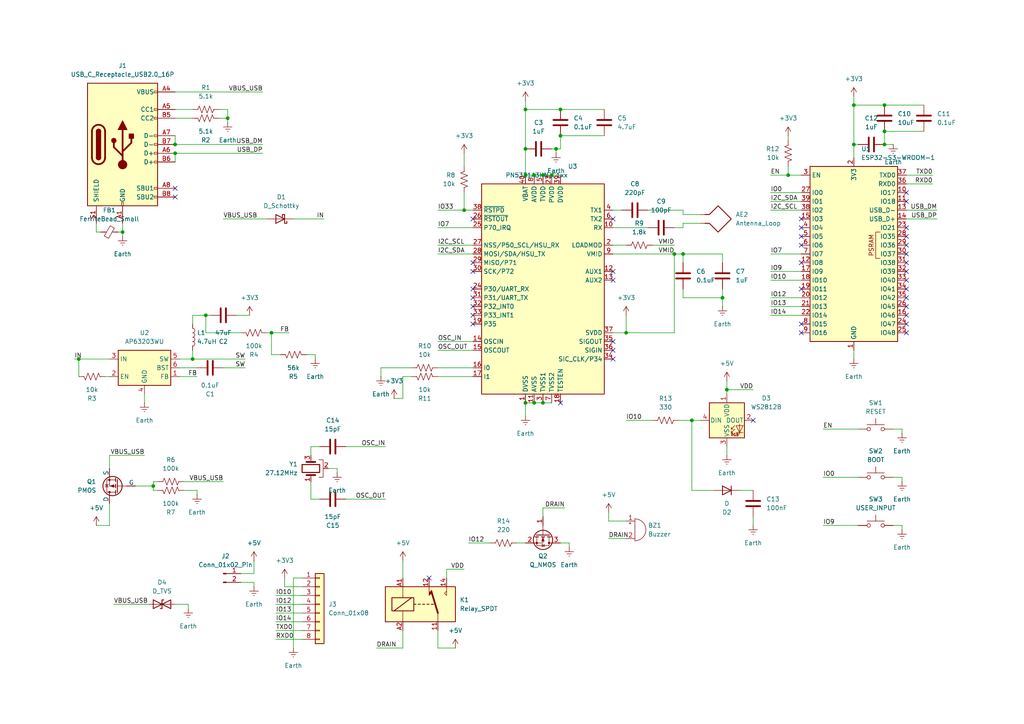
<source format=kicad_sch>
(kicad_sch (version 20250114) (generator "eeschema") (generator_version "9.0")
  (paper "A4")
  (lib_symbols
    (symbol "Connector:Conn_01x02_Pin" (pin_names (offset 1.016) (hide yes))
      (property "Reference" "J" (at 0 2.54 0))
      (property "Value" "Conn_01x02_Pin" (at 0 -5.08 0))
      (symbol "Conn_01x02_Pin_1_1"
        (pin passive line (at 5.08 0 180) (length 3.81) (name "Pin_1") (number "1"))
        (pin passive line (at 5.08 -2.54 180) (length 3.81) (name "Pin_2") (number "2"))
      )
    )
    (symbol "Connector:USB_C_Receptacle_USB2.0_16P" (pin_names (offset 1.016))
      (property "Reference" "J" (at 0 22.225 0))
      (property "Value" "USB_C_Receptacle_USB2.0_16P" (at 0 19.685 0))
      (symbol "USB_C_Receptacle_USB2.0_16P_1_1"
        (pin passive line (at -7.62 -22.86 90) (length 5.08) (name "SHIELD") (number "S1"))
        (pin passive line (at 0 -22.86 90) (length 5.08) (name "GND") (number "A1"))
        (pin passive line (at 0 -22.86 90) (length 5.08) (hide yes) (name "GND") (number "A12"))
        (pin passive line (at 0 -22.86 90) (length 5.08) (hide yes) (name "GND") (number "B1"))
        (pin passive line (at 0 -22.86 90) (length 5.08) (hide yes) (name "GND") (number "B12"))
        (pin passive line (at 15.24 15.24 180) (length 5.08) (name "VBUS") (number "A4"))
        (pin passive line (at 15.24 15.24 180) (length 5.08) (hide yes) (name "VBUS") (number "A9"))
        (pin passive line (at 15.24 15.24 180) (length 5.08) (hide yes) (name "VBUS") (number "B4"))
        (pin passive line (at 15.24 15.24 180) (length 5.08) (hide yes) (name "VBUS") (number "B9"))
        (pin bidirectional line (at 15.24 10.16 180) (length 5.08) (name "CC1") (number "A5"))
        (pin bidirectional line (at 15.24 7.62 180) (length 5.08) (name "CC2") (number "B5"))
        (pin bidirectional line (at 15.24 2.54 180) (length 5.08) (name "D-") (number "A7"))
        (pin bidirectional line (at 15.24 0 180) (length 5.08) (name "D-") (number "B7"))
        (pin bidirectional line (at 15.24 -2.54 180) (length 5.08) (name "D+") (number "A6"))
        (pin bidirectional line (at 15.24 -5.08 180) (length 5.08) (name "D+") (number "B6"))
        (pin bidirectional line (at 15.24 -12.7 180) (length 5.08) (name "SBU1") (number "A8"))
        (pin bidirectional line (at 15.24 -15.24 180) (length 5.08) (name "SBU2") (number "B8"))
      )
    )
    (symbol "Connector_Generic:Conn_01x08" (pin_names (offset 1.016) (hide yes))
      (property "Reference" "J" (at 0 10.16 0))
      (property "Value" "Conn_01x08" (at 0 -12.7 0))
      (symbol "Conn_01x08_1_1"
        (pin passive line (at -5.08 7.62 0) (length 3.81) (name "Pin_1") (number "1"))
        (pin passive line (at -5.08 5.08 0) (length 3.81) (name "Pin_2") (number "2"))
        (pin passive line (at -5.08 2.54 0) (length 3.81) (name "Pin_3") (number "3"))
        (pin passive line (at -5.08 0 0) (length 3.81) (name "Pin_4") (number "4"))
        (pin passive line (at -5.08 -2.54 0) (length 3.81) (name "Pin_5") (number "5"))
        (pin passive line (at -5.08 -5.08 0) (length 3.81) (name "Pin_6") (number "6"))
        (pin passive line (at -5.08 -7.62 0) (length 3.81) (name "Pin_7") (number "7"))
        (pin passive line (at -5.08 -10.16 0) (length 3.81) (name "Pin_8") (number "8"))
      )
    )
    (symbol "Device:Antenna_Loop" (pin_numbers (hide yes)) (pin_names (offset 1.016) (hide yes))
      (property "Reference" "AE" (at 1.27 6.35 0))
      (property "Value" "Antenna_Loop" (at 1.27 5.08 0))
      (symbol "Antenna_Loop_1_1"
        (pin input line (at 0 -5.08 90) (length 2.54) (name "~") (number "1"))
        (pin input line (at 2.54 -5.08 90) (length 2.54) (name "~") (number "2"))
      )
    )
    (symbol "Device:Buzzer" (pin_names (offset 0.0254) (hide yes))
      (property "Reference" "BZ" (at 3.81 1.27 0))
      (property "Value" "Buzzer" (at 3.81 -1.27 0))
      (symbol "Buzzer_1_1"
        (pin passive line (at -2.54 2.54 0) (length 2.54) (name "+") (number "1"))
        (pin passive line (at -2.54 -2.54 0) (length 2.54) (name "-") (number "2"))
      )
    )
    (symbol "Device:C" (pin_numbers (hide yes)) (pin_names (offset 0.254))
      (property "Reference" "C" (at 0.635 2.54 0))
      (property "Value" "C" (at 0.635 -2.54 0))
      (symbol "C_1_1"
        (pin passive line (at 0 3.81 270) (length 2.794) (name "~") (number "1"))
        (pin passive line (at 0 -3.81 90) (length 2.794) (name "~") (number "2"))
      )
    )
    (symbol "Device:Crystal_GND2" (pin_names (offset 1.016) (hide yes))
      (property "Reference" "Y" (at 0 5.715 0))
      (property "Value" "Crystal_GND2" (at 0 3.81 0))
      (symbol "Crystal_GND2_1_1"
        (pin passive line (at -3.81 0 0) (length 1.27) (name "1") (number "1"))
        (pin passive line (at 0 -5.08 90) (length 1.27) (name "2") (number "2"))
        (pin passive line (at 3.81 0 180) (length 1.27) (name "3") (number "3"))
      )
    )
    (symbol "Device:D" (pin_numbers (hide yes)) (pin_names (offset 1.016) (hide yes))
      (property "Reference" "D" (at 0 2.54 0))
      (property "Value" "D" (at 0 -2.54 0))
      (symbol "D_1_1"
        (pin passive line (at -3.81 0 0) (length 2.54) (name "K") (number "1"))
        (pin passive line (at 3.81 0 180) (length 2.54) (name "A") (number "2"))
      )
    )
    (symbol "Device:D_Schottky" (pin_numbers (hide yes)) (pin_names (offset 1.016) (hide yes))
      (property "Reference" "D" (at 0 2.54 0))
      (property "Value" "D_Schottky" (at 0 -2.54 0))
      (symbol "D_Schottky_1_1"
        (pin passive line (at -3.81 0 0) (length 2.54) (name "K") (number "1"))
        (pin passive line (at 3.81 0 180) (length 2.54) (name "A") (number "2"))
      )
    )
    (symbol "Device:D_TVS" (pin_numbers (hide yes)) (pin_names (offset 1.016) (hide yes))
      (property "Reference" "D" (at 0 2.54 0))
      (property "Value" "D_TVS" (at 0 -2.54 0))
      (symbol "D_TVS_1_1"
        (pin passive line (at -3.81 0 0) (length 2.54) (name "A1") (number "1"))
        (pin passive line (at 3.81 0 180) (length 2.54) (name "A2") (number "2"))
      )
    )
    (symbol "Device:FerriteBead_Small" (pin_numbers (hide yes)) (pin_names (offset 0))
      (property "Reference" "FB" (at 1.905 1.27 0))
      (property "Value" "FerriteBead_Small" (at 1.905 -1.27 0))
      (symbol "FerriteBead_Small_1_1"
        (pin passive line (at 0 2.54 270) (length 1.27) (name "~") (number "1"))
        (pin passive line (at 0 -2.54 90) (length 1.27) (name "~") (number "2"))
      )
    )
    (symbol "Device:L" (pin_numbers (hide yes)) (pin_names (offset 1.016) (hide yes))
      (property "Reference" "L" (at -1.27 0 90))
      (property "Value" "L" (at 1.905 0 90))
      (symbol "L_1_1"
        (pin passive line (at 0 3.81 270) (length 1.27) (name "1") (number "1"))
        (pin passive line (at 0 -3.81 90) (length 1.27) (name "2") (number "2"))
      )
    )
    (symbol "Device:Q_NMOS" (pin_names (offset 0) (hide yes))
      (property "Reference" "Q2" (at 6.35 0 90))
      (property "Value" "Q_NMOS" (at 8.89 0 90))
      (symbol "Q_NMOS_1_1"
        (pin input line (at -5.08 0 0) (length 2.54) (name "G") (number "1"))
        (pin passive line (at 2.54 5.08 270) (length 2.54) (name "D") (number "3"))
        (pin passive line (at 2.54 -5.08 90) (length 2.54) (name "S") (number "2"))
      )
    )
    (symbol "Device:R_US" (pin_numbers (hide yes)) (pin_names (offset 0))
      (property "Reference" "R" (at 2.54 0 90))
      (property "Value" "R_US" (at -2.54 0 90))
      (symbol "R_US_1_1"
        (pin passive line (at 0 3.81 270) (length 1.27) (name "~") (number "1"))
        (pin passive line (at 0 -3.81 90) (length 1.27) (name "~") (number "2"))
      )
    )
    (symbol "LED:WS2812B" (pin_names (offset 0.254))
      (property "Reference" "D" (at 5.08 5.715 0))
      (property "Value" "WS2812B" (at 1.27 -5.715 0))
      (symbol "WS2812B_0_0"
        (text "RGB" (at 2.286 -4.191 0) (effects (font (size 0.762 0.762))))
      )
      (symbol "WS2812B_1_1"
        (pin input line (at -7.62 0 0) (length 2.54) (name "DIN") (number "4"))
        (pin power_in line (at 0 7.62 270) (length 2.54) (name "VDD") (number "1"))
        (pin power_in line (at 0 -7.62 90) (length 2.54) (name "VSS") (number "3"))
        (pin output line (at 7.62 0 180) (length 2.54) (name "DOUT") (number "2"))
      )
    )
    (symbol "RF_Module:ESP32-S3-WROOM-1"
      (property "Reference" "U" (at -12.7 26.67 0))
      (property "Value" "ESP32-S3-WROOM-1" (at 12.7 26.67 0))
      (symbol "ESP32-S3-WROOM-1_0_0"
        (text "PSRAM" (at 5.08 2.54 900) (effects (font (size 1.27 1.27))))
      )
      (symbol "ESP32-S3-WROOM-1_1_1"
        (pin input line (at -15.24 22.86 0) (length 2.54) (name "EN") (number "3"))
        (pin bidirectional line (at -15.24 17.78 0) (length 2.54) (name "IO0") (number "27"))
        (pin bidirectional line (at -15.24 15.24 0) (length 2.54) (name "IO1") (number "39"))
        (pin bidirectional line (at -15.24 12.7 0) (length 2.54) (name "IO2") (number "38"))
        (pin bidirectional line (at -15.24 10.16 0) (length 2.54) (name "IO3") (number "15"))
        (pin bidirectional line (at -15.24 7.62 0) (length 2.54) (name "IO4") (number "4"))
        (pin bidirectional line (at -15.24 5.08 0) (length 2.54) (name "IO5") (number "5"))
        (pin bidirectional line (at -15.24 2.54 0) (length 2.54) (name "IO6") (number "6"))
        (pin bidirectional line (at -15.24 0 0) (length 2.54) (name "IO7") (number "7"))
        (pin bidirectional line (at -15.24 -2.54 0) (length 2.54) (name "IO8") (number "12"))
        (pin bidirectional line (at -15.24 -5.08 0) (length 2.54) (name "IO9") (number "17"))
        (pin bidirectional line (at -15.24 -7.62 0) (length 2.54) (name "IO10") (number "18"))
        (pin bidirectional line (at -15.24 -10.16 0) (length 2.54) (name "IO11") (number "19"))
        (pin bidirectional line (at -15.24 -12.7 0) (length 2.54) (name "IO12") (number "20"))
        (pin bidirectional line (at -15.24 -15.24 0) (length 2.54) (name "IO13") (number "21"))
        (pin bidirectional line (at -15.24 -17.78 0) (length 2.54) (name "IO14") (number "22"))
        (pin bidirectional line (at -15.24 -20.32 0) (length 2.54) (name "IO15") (number "8"))
        (pin bidirectional line (at -15.24 -22.86 0) (length 2.54) (name "IO16") (number "9"))
        (pin power_in line (at 0 27.94 270) (length 2.54) (name "3V3") (number "2"))
        (pin power_in line (at 0 -27.94 90) (length 2.54) (name "GND") (number "1"))
        (pin passive line (at 0 -27.94 90) (length 2.54) (hide yes) (name "GND") (number "40"))
        (pin passive line (at 0 -27.94 90) (length 2.54) (hide yes) (name "GND") (number "41"))
        (pin bidirectional line (at 15.24 22.86 180) (length 2.54) (name "TXD0") (number "37"))
        (pin bidirectional line (at 15.24 20.32 180) (length 2.54) (name "RXD0") (number "36"))
        (pin bidirectional line (at 15.24 17.78 180) (length 2.54) (name "IO17") (number "10"))
        (pin bidirectional line (at 15.24 15.24 180) (length 2.54) (name "IO18") (number "11"))
        (pin bidirectional line (at 15.24 12.7 180) (length 2.54) (name "USB_D-") (number "13"))
        (pin bidirectional line (at 15.24 10.16 180) (length 2.54) (name "USB_D+") (number "14"))
        (pin bidirectional line (at 15.24 7.62 180) (length 2.54) (name "IO21") (number "23"))
        (pin bidirectional line (at 15.24 5.08 180) (length 2.54) (name "IO35") (number "28"))
        (pin bidirectional line (at 15.24 2.54 180) (length 2.54) (name "IO36") (number "29"))
        (pin bidirectional line (at 15.24 0 180) (length 2.54) (name "IO37") (number "30"))
        (pin bidirectional line (at 15.24 -2.54 180) (length 2.54) (name "IO38") (number "31"))
        (pin bidirectional line (at 15.24 -5.08 180) (length 2.54) (name "IO39") (number "32"))
        (pin bidirectional line (at 15.24 -7.62 180) (length 2.54) (name "IO40") (number "33"))
        (pin bidirectional line (at 15.24 -10.16 180) (length 2.54) (name "IO41") (number "34"))
        (pin bidirectional line (at 15.24 -12.7 180) (length 2.54) (name "IO42") (number "35"))
        (pin bidirectional line (at 15.24 -15.24 180) (length 2.54) (name "IO45") (number "26"))
        (pin bidirectional line (at 15.24 -17.78 180) (length 2.54) (name "IO46") (number "16"))
        (pin bidirectional line (at 15.24 -20.32 180) (length 2.54) (name "IO47") (number "24"))
        (pin bidirectional line (at 15.24 -22.86 180) (length 2.54) (name "IO48") (number "25"))
      )
    )
    (symbol "RF_NFC:PN5321A3HN_C1xx"
      (property "Reference" "U" (at -15.24 31.75 0))
      (property "Value" "PN5321A3HN_C1xx" (at 15.24 31.75 0))
      (symbol "PN5321A3HN_C1xx_1_1"
        (pin input line (at -20.32 22.86 0) (length 2.54) (name "~{RSTPD}") (number "38"))
        (pin output line (at -20.32 20.32 0) (length 2.54) (name "~{RSTOUT}") (number "26"))
        (pin bidirectional line (at -20.32 17.78 0) (length 2.54) (name "P70_IRQ") (number "25"))
        (pin bidirectional line (at -20.32 12.7 0) (length 2.54) (name "NSS/P50_SCL/HSU_RX") (number "27"))
        (pin bidirectional line (at -20.32 10.16 0) (length 2.54) (name "MOSI/SDA/HSU_TX") (number "28"))
        (pin bidirectional line (at -20.32 7.62 0) (length 2.54) (name "MISO/P71") (number "29"))
        (pin bidirectional line (at -20.32 5.08 0) (length 2.54) (name "SCK/P72") (number "30"))
        (pin bidirectional line (at -20.32 0 0) (length 2.54) (name "P30/UART_RX") (number "24"))
        (pin bidirectional line (at -20.32 -2.54 0) (length 2.54) (name "P31/UART_TX") (number "31"))
        (pin bidirectional line (at -20.32 -5.08 0) (length 2.54) (name "P32_INT0") (number "32"))
        (pin bidirectional line (at -20.32 -7.62 0) (length 2.54) (name "P33_INT1") (number "33"))
        (pin bidirectional line (at -20.32 -10.16 0) (length 2.54) (name "P35") (number "19"))
        (pin input line (at -20.32 -15.24 0) (length 2.54) (name "OSCIN") (number "14"))
        (pin output line (at -20.32 -17.78 0) (length 2.54) (name "OSCOUT") (number "15"))
        (pin passive line (at -20.32 -22.86 0) (length 2.54) (name "I0") (number "16"))
        (pin passive line (at -20.32 -25.4 0) (length 2.54) (name "I1") (number "17"))
        (pin power_in line (at -5.08 33.02 270) (length 2.54) (name "VBAT") (number "40"))
        (pin power_in line (at -5.08 -33.02 90) (length 2.54) (name "DVSS") (number "1"))
        (pin power_in line (at -2.54 33.02 270) (length 2.54) (name "AVDD") (number "8"))
        (pin power_in line (at -2.54 -33.02 90) (length 2.54) (name "AVSS") (number "11"))
        (pin passive line (at -2.54 -33.02 90) (length 2.54) (hide yes) (name "AVSS") (number "41"))
        (pin power_in line (at 0 33.02 270) (length 2.54) (name "TVDD") (number "5"))
        (pin power_in line (at 0 -33.02 90) (length 2.54) (name "TVSS1") (number "3"))
        (pin power_in line (at 2.54 33.02 270) (length 2.54) (name "PVDD") (number "23"))
        (pin power_in line (at 2.54 -33.02 90) (length 2.54) (name "TVSS2") (number "7"))
        (pin power_out line (at 5.08 33.02 270) (length 2.54) (name "DVDD") (number "39"))
        (pin passive line (at 5.08 -33.02 90) (length 2.54) (name "TESTEN") (number "18"))
        (pin no_connect line (at 17.78 -2.54 180) (length 2.54) (hide yes) (name "N.C.") (number "20"))
        (pin no_connect line (at 17.78 -5.08 180) (length 2.54) (hide yes) (name "N.C.") (number "21"))
        (pin no_connect line (at 17.78 -7.62 180) (length 2.54) (hide yes) (name "N.C.") (number "22"))
        (pin output line (at 20.32 22.86 180) (length 2.54) (name "TX1") (number "4"))
        (pin output line (at 20.32 20.32 180) (length 2.54) (name "TX2") (number "6"))
        (pin input line (at 20.32 17.78 180) (length 2.54) (name "RX") (number "10"))
        (pin output line (at 20.32 12.7 180) (length 2.54) (name "LOADMOD") (number "2"))
        (pin output line (at 20.32 10.16 180) (length 2.54) (name "VMID") (number "9"))
        (pin output line (at 20.32 5.08 180) (length 2.54) (name "AUX1") (number "12"))
        (pin output line (at 20.32 2.54 180) (length 2.54) (name "AUX2") (number "13"))
        (pin output line (at 20.32 -12.7 180) (length 2.54) (name "SVDD") (number "37"))
        (pin output line (at 20.32 -15.24 180) (length 2.54) (name "SIGOUT") (number "35"))
        (pin input line (at 20.32 -17.78 180) (length 2.54) (name "SIGIN") (number "36"))
        (pin bidirectional line (at 20.32 -20.32 180) (length 2.54) (name "SIC_CLK/P34") (number "34"))
      )
    )
    (symbol "Regulator_Switching:AP63203WU"
      (property "Reference" "U" (at -7.62 6.35 0))
      (property "Value" "AP63203WU" (at 2.54 6.35 0))
      (symbol "AP63203WU_1_1"
        (pin power_in line (at -10.16 2.54 0) (length 2.54) (name "IN") (number "3"))
        (pin input line (at -10.16 -2.54 0) (length 2.54) (name "EN") (number "2"))
        (pin power_in line (at 0 -7.62 90) (length 2.54) (name "GND") (number "4"))
        (pin output line (at 10.16 2.54 180) (length 2.54) (name "SW") (number "5"))
        (pin passive line (at 10.16 0 180) (length 2.54) (name "BST") (number "6"))
        (pin input line (at 10.16 -2.54 180) (length 2.54) (name "FB") (number "1"))
      )
    )
    (symbol "Relay:Relay_SPDT"
      (property "Reference" "K" (at 11.43 3.81 0))
      (property "Value" "Relay_SPDT" (at 11.43 1.27 0))
      (symbol "Relay_SPDT_1_1"
        (pin passive line (at -5.08 7.62 270) (length 2.54) (name "~") (number "A1"))
        (pin passive line (at -5.08 -7.62 90) (length 2.54) (name "~") (number "A2"))
        (pin passive line (at 2.54 7.62 270) (length 2.54) (name "~") (number "12"))
        (pin passive line (at 5.08 -7.62 90) (length 2.54) (name "~") (number "11"))
        (pin passive line (at 7.62 7.62 270) (length 2.54) (name "~") (number "14"))
      )
    )
    (symbol "Simulation_SPICE:PMOS" (pin_numbers (hide yes)) (pin_names (offset 0))
      (property "Reference" "Q" (at 5.08 1.27 0))
      (property "Value" "PMOS" (at 5.08 -1.27 0))
      (symbol "PMOS_1_1"
        (pin input line (at -5.08 0 0) (length 2.54) (name "G") (number "2"))
        (pin passive line (at 2.54 5.08 270) (length 2.54) (name "D") (number "1"))
        (pin passive line (at 2.54 -5.08 90) (length 2.54) (name "S") (number "3"))
      )
    )
    (symbol "Switch:SW_Push" (pin_numbers (hide yes)) (pin_names (offset 1.016) (hide yes))
      (property "Reference" "SW" (at 1.27 2.54 0))
      (property "Value" "SW_Push" (at 0 -1.524 0))
      (symbol "SW_Push_0_1"
        (pin passive line (at -5.08 0 0) (length 2.54) (name "1") (number "1"))
        (pin passive line (at 5.08 0 180) (length 2.54) (name "2") (number "2"))
      )
    )
    (symbol "power:+3V3" (power) (pin_numbers (hide yes)) (pin_names (offset 0) (hide yes))
      (property "Value" "+3V3" (at 0 3.556 0))
      (symbol "+3V3_1_1"
        (pin power_in line (at 0 0 90) (length 0) (name "~") (number "1"))
      )
    )
    (symbol "power:+5V" (power) (pin_numbers (hide yes)) (pin_names (offset 0) (hide yes))
      (property "Value" "+5V" (at 0 3.556 0))
      (symbol "+5V_1_1"
        (pin power_in line (at 0 0 90) (length 0) (name "~") (number "1"))
      )
    )
    (symbol "power:Earth" (power) (pin_numbers (hide yes)) (pin_names (offset 0) (hide yes))
      (property "Value" "Earth" (at 0 -3.81 0))
      (symbol "Earth_1_1"
        (pin power_in line (at 0 0 270) (length 0) (name "~") (number "1"))
      )
    )
  )
  (junction (at 152.4 31.75))
  (junction (at 134.62 60.96))
  (junction (at 152.4 116.84))
  (junction (at 209.55 86.36))
  (junction (at 162.56 39.37))
  (junction (at 160.02 50.8))
  (junction (at 157.48 116.84))
  (junction (at 50.8 41.91))
  (junction (at 256.54 30.48))
  (junction (at 55.88 104.14))
  (junction (at 195.58 73.66))
  (junction (at 228.6 50.8))
  (junction (at 154.94 116.84))
  (junction (at 22.86 104.14))
  (junction (at 198.12 73.66))
  (junction (at 181.61 96.52))
  (junction (at 247.65 41.91))
  (junction (at 161.29 43.18))
  (junction (at 152.4 43.18))
  (junction (at 35.56 67.31))
  (junction (at 247.65 30.48))
  (junction (at 210.82 113.03))
  (junction (at 256.54 38.1))
  (junction (at 50.8 44.45))
  (junction (at 152.4 50.8))
  (junction (at 256.54 41.91))
  (junction (at 154.94 50.8))
  (junction (at 44.45 140.97))
  (junction (at 162.56 31.75))
  (junction (at 200.66 121.92))
  (junction (at 66.04 34.29))
  (junction (at 78.74 96.52))
  (junction (at 157.48 50.8))
  (junction (at 59.69 91.44))
  (no_connect (at 262.89 76.2))
  (no_connect (at 262.89 78.74))
  (no_connect (at 177.8 81.28))
  (no_connect (at 262.89 71.12))
  (no_connect (at 137.16 86.36))
  (no_connect (at 232.41 96.52))
  (no_connect (at 262.89 58.42))
  (no_connect (at 177.8 63.5))
  (no_connect (at 232.41 93.98))
  (no_connect (at 137.16 88.9))
  (no_connect (at 262.89 66.04))
  (no_connect (at 262.89 86.36))
  (no_connect (at 232.41 66.04))
  (no_connect (at 177.8 78.74))
  (no_connect (at 137.16 83.82))
  (no_connect (at 50.8 57.15))
  (no_connect (at 262.89 55.88))
  (no_connect (at 232.41 68.58))
  (no_connect (at 137.16 91.44))
  (no_connect (at 262.89 91.44))
  (no_connect (at 50.8 54.61))
  (no_connect (at 137.16 93.98))
  (no_connect (at 232.41 63.5))
  (no_connect (at 232.41 83.82))
  (no_connect (at 177.8 104.14))
  (no_connect (at 262.89 96.52))
  (no_connect (at 177.8 99.06))
  (no_connect (at 262.89 83.82))
  (no_connect (at 137.16 78.74))
  (no_connect (at 262.89 73.66))
  (no_connect (at 232.41 76.2))
  (no_connect (at 232.41 71.12))
  (no_connect (at 124.46 167.64))
  (no_connect (at 137.16 76.2))
  (no_connect (at 137.16 63.5))
  (no_connect (at 177.8 101.6))
  (no_connect (at 162.56 116.84))
  (no_connect (at 218.44 121.92))
  (no_connect (at 262.89 93.98))
  (no_connect (at 262.89 88.9))
  (no_connect (at 262.89 81.28))
  (no_connect (at 262.89 68.58))
  (wire (pts (xy 161.29 43.18) (xy 160.02 43.18)))
  (wire (pts (xy 127 182.88) (xy 127 187.96)))
  (wire (pts (xy 177.8 60.96) (xy 180.34 60.96)))
  (wire (pts (xy 31.75 152.4) (xy 31.75 146.05)))
  (wire (pts (xy 228.6 50.8) (xy 228.6 48.26)))
  (wire (pts (xy 97.79 135.89) (xy 97.79 137.16)))
  (wire (pts (xy 154.94 50.8) (xy 157.48 50.8)))
  (wire (pts (xy 80.01 172.72) (xy 87.63 172.72)))
  (wire (pts (xy 200.66 142.24) (xy 200.66 121.92)))
  (wire (pts (xy 238.76 152.4) (xy 248.92 152.4)))
  (wire (pts (xy 55.88 91.44) (xy 59.69 91.44)))
  (wire (pts (xy 152.4 116.84) (xy 154.94 116.84)))
  (wire (pts (xy 247.65 27.94) (xy 247.65 30.48)))
  (wire (pts (xy 127 66.04) (xy 137.16 66.04)))
  (wire (pts (xy 256.54 30.48) (xy 267.97 30.48)))
  (wire (pts (xy 195.58 73.66) (xy 198.12 73.66)))
  (wire (pts (xy 162.56 157.48) (xy 165.1 157.48)))
  (wire (pts (xy 247.65 41.91) (xy 247.65 45.72)))
  (wire (pts (xy 210.82 110.49) (xy 210.82 113.03)))
  (wire (pts (xy 247.65 30.48) (xy 247.65 41.91)))
  (wire (pts (xy 78.74 102.87) (xy 78.74 96.52)))
  (wire (pts (xy 134.62 60.96) (xy 137.16 60.96)))
  (wire (pts (xy 73.66 168.91) (xy 73.66 170.18)))
  (wire (pts (xy 33.02 175.26) (xy 43.18 175.26)))
  (wire (pts (xy 223.52 88.9) (xy 232.41 88.9)))
  (wire (pts (xy 50.8 31.75) (xy 55.88 31.75)))
  (wire (pts (xy 73.66 166.37) (xy 73.66 162.56)))
  (wire (pts (xy 165.1 157.48) (xy 165.1 158.75)))
  (wire (pts (xy 57.15 142.24) (xy 57.15 143.51)))
  (wire (pts (xy 63.5 31.75) (xy 66.04 31.75)))
  (wire (pts (xy 55.88 101.6) (xy 55.88 104.14)))
  (wire (pts (xy 63.5 34.29) (xy 66.04 34.29)))
  (wire (pts (xy 181.61 151.13) (xy 176.53 151.13)))
  (wire (pts (xy 261.62 152.4) (xy 261.62 153.67)))
  (wire (pts (xy 129.54 165.1) (xy 134.62 165.1)))
  (wire (pts (xy 90.17 132.08) (xy 90.17 129.54)))
  (wire (pts (xy 59.69 96.52) (xy 59.69 91.44)))
  (wire (pts (xy 196.85 121.92) (xy 200.66 121.92)))
  (wire (pts (xy 45.72 142.24) (xy 44.45 142.24)))
  (wire (pts (xy 77.47 96.52) (xy 78.74 96.52)))
  (wire (pts (xy 127 60.96) (xy 134.62 60.96)))
  (wire (pts (xy 30.48 109.22) (xy 31.75 109.22)))
  (wire (pts (xy 210.82 113.03) (xy 218.44 113.03)))
  (wire (pts (xy 176.53 156.21) (xy 181.61 156.21)))
  (wire (pts (xy 181.61 96.52) (xy 181.61 91.44)))
  (wire (pts (xy 181.61 121.92) (xy 189.23 121.92)))
  (wire (pts (xy 22.86 104.14) (xy 31.75 104.14)))
  (wire (pts (xy 90.17 129.54) (xy 92.71 129.54)))
  (wire (pts (xy 34.29 67.31) (xy 35.56 67.31)))
  (wire (pts (xy 66.04 34.29) (xy 66.04 35.56)))
  (wire (pts (xy 87.63 167.64) (xy 85.09 167.64)))
  (wire (pts (xy 256.54 41.91) (xy 259.08 41.91)))
  (wire (pts (xy 95.25 135.89) (xy 97.79 135.89)))
  (wire (pts (xy 162.56 43.18) (xy 161.29 43.18)))
  (wire (pts (xy 198.12 60.96) (xy 198.12 62.23)))
  (wire (pts (xy 135.89 157.48) (xy 142.24 157.48)))
  (wire (pts (xy 90.17 144.78) (xy 90.17 139.7)))
  (wire (pts (xy 80.01 177.8) (xy 87.63 177.8)))
  (wire (pts (xy 45.72 139.7) (xy 44.45 139.7)))
  (wire (pts (xy 177.8 71.12) (xy 181.61 71.12)))
  (wire (pts (xy 209.55 83.82) (xy 209.55 86.36)))
  (wire (pts (xy 209.55 73.66) (xy 209.55 76.2)))
  (wire (pts (xy 154.94 116.84) (xy 157.48 116.84)))
  (wire (pts (xy 203.2 64.77) (xy 198.12 64.77)))
  (wire (pts (xy 177.8 73.66) (xy 195.58 73.66)))
  (wire (pts (xy 81.28 102.87) (xy 78.74 102.87)))
  (wire (pts (xy 127 106.68) (xy 137.16 106.68)))
  (wire (pts (xy 157.48 116.84) (xy 160.02 116.84)))
  (wire (pts (xy 152.4 29.21) (xy 152.4 31.75)))
  (wire (pts (xy 223.52 81.28) (xy 232.41 81.28)))
  (wire (pts (xy 27.94 152.4) (xy 31.75 152.4)))
  (wire (pts (xy 50.8 34.29) (xy 55.88 34.29)))
  (wire (pts (xy 177.8 96.52) (xy 181.61 96.52)))
  (wire (pts (xy 149.86 157.48) (xy 152.4 157.48)))
  (wire (pts (xy 198.12 62.23) (xy 203.2 62.23)))
  (wire (pts (xy 228.6 39.37) (xy 228.6 40.64)))
  (wire (pts (xy 238.76 138.43) (xy 248.92 138.43)))
  (wire (pts (xy 69.85 168.91) (xy 73.66 168.91)))
  (wire (pts (xy 210.82 113.03) (xy 210.82 114.3)))
  (wire (pts (xy 187.96 60.96) (xy 198.12 60.96)))
  (wire (pts (xy 127 73.66) (xy 137.16 73.66)))
  (wire (pts (xy 116.84 109.22) (xy 116.84 115.57)))
  (wire (pts (xy 127 187.96) (xy 132.08 187.96)))
  (wire (pts (xy 80.01 182.88) (xy 87.63 182.88)))
  (wire (pts (xy 116.84 115.57) (xy 114.3 115.57)))
  (wire (pts (xy 44.45 142.24) (xy 44.45 140.97)))
  (wire (pts (xy 238.76 124.46) (xy 248.92 124.46)))
  (wire (pts (xy 256.54 38.1) (xy 256.54 41.91)))
  (wire (pts (xy 110.49 106.68) (xy 110.49 109.22)))
  (wire (pts (xy 44.45 140.97) (xy 39.37 140.97)))
  (wire (pts (xy 152.4 116.84) (xy 152.4 120.65)))
  (wire (pts (xy 35.56 64.77) (xy 35.56 67.31)))
  (wire (pts (xy 50.8 41.91) (xy 76.2 41.91)))
  (wire (pts (xy 152.4 31.75) (xy 162.56 31.75)))
  (wire (pts (xy 41.91 114.3) (xy 41.91 116.84)))
  (wire (pts (xy 214.63 142.24) (xy 218.44 142.24)))
  (wire (pts (xy 198.12 66.04) (xy 195.58 66.04)))
  (wire (pts (xy 259.08 138.43) (xy 261.62 138.43)))
  (wire (pts (xy 223.52 60.96) (xy 232.41 60.96)))
  (wire (pts (xy 21.59 104.14) (xy 22.86 104.14)))
  (wire (pts (xy 160.02 50.8) (xy 162.56 50.8)))
  (wire (pts (xy 100.33 144.78) (xy 111.76 144.78)))
  (wire (pts (xy 116.84 162.56) (xy 116.84 167.64)))
  (wire (pts (xy 210.82 129.54) (xy 210.82 132.08)))
  (wire (pts (xy 53.34 142.24) (xy 57.15 142.24)))
  (wire (pts (xy 85.09 63.5) (xy 93.98 63.5)))
  (wire (pts (xy 44.45 139.7) (xy 44.45 140.97)))
  (wire (pts (xy 223.52 55.88) (xy 232.41 55.88)))
  (wire (pts (xy 116.84 187.96) (xy 109.22 187.96)))
  (wire (pts (xy 50.8 175.26) (xy 54.61 175.26)))
  (wire (pts (xy 127 71.12) (xy 137.16 71.12)))
  (wire (pts (xy 53.34 139.7) (xy 64.77 139.7)))
  (wire (pts (xy 92.71 144.78) (xy 90.17 144.78)))
  (wire (pts (xy 181.61 96.52) (xy 195.58 96.52)))
  (wire (pts (xy 259.08 124.46) (xy 261.62 124.46)))
  (wire (pts (xy 134.62 44.45) (xy 134.62 48.26)))
  (wire (pts (xy 129.54 167.64) (xy 129.54 165.1)))
  (wire (pts (xy 69.85 96.52) (xy 59.69 96.52)))
  (wire (pts (xy 50.8 44.45) (xy 50.8 46.99)))
  (wire (pts (xy 262.89 50.8) (xy 270.51 50.8)))
  (wire (pts (xy 80.01 175.26) (xy 87.63 175.26)))
  (wire (pts (xy 50.8 44.45) (xy 76.2 44.45)))
  (wire (pts (xy 78.74 96.52) (xy 83.82 96.52)))
  (wire (pts (xy 161.29 44.45) (xy 161.29 43.18)))
  (wire (pts (xy 64.77 63.5) (xy 77.47 63.5)))
  (wire (pts (xy 50.8 26.67) (xy 76.2 26.67)))
  (wire (pts (xy 59.69 91.44) (xy 60.96 91.44)))
  (wire (pts (xy 80.01 185.42) (xy 87.63 185.42)))
  (wire (pts (xy 256.54 38.1) (xy 267.97 38.1)))
  (wire (pts (xy 162.56 39.37) (xy 175.26 39.37)))
  (wire (pts (xy 261.62 124.46) (xy 261.62 125.73)))
  (wire (pts (xy 152.4 50.8) (xy 154.94 50.8)))
  (wire (pts (xy 52.07 104.14) (xy 55.88 104.14)))
  (wire (pts (xy 232.41 50.8) (xy 228.6 50.8)))
  (wire (pts (xy 198.12 76.2) (xy 198.12 73.66)))
  (wire (pts (xy 64.77 106.68) (xy 71.12 106.68)))
  (wire (pts (xy 69.85 166.37) (xy 73.66 166.37)))
  (wire (pts (xy 80.01 180.34) (xy 87.63 180.34)))
  (wire (pts (xy 157.48 147.32) (xy 163.83 147.32)))
  (wire (pts (xy 176.53 151.13) (xy 176.53 148.59)))
  (wire (pts (xy 218.44 149.86) (xy 218.44 152.4)))
  (wire (pts (xy 100.33 129.54) (xy 111.76 129.54)))
  (wire (pts (xy 31.75 132.08) (xy 31.75 135.89)))
  (wire (pts (xy 262.89 60.96) (xy 271.78 60.96)))
  (wire (pts (xy 189.23 71.12) (xy 195.58 71.12)))
  (wire (pts (xy 157.48 50.8) (xy 160.02 50.8)))
  (wire (pts (xy 198.12 86.36) (xy 198.12 83.82)))
  (wire (pts (xy 127 101.6) (xy 137.16 101.6)))
  (wire (pts (xy 195.58 96.52) (xy 195.58 73.66)))
  (wire (pts (xy 91.44 102.87) (xy 91.44 104.14)))
  (wire (pts (xy 157.48 149.86) (xy 157.48 147.32)))
  (wire (pts (xy 262.89 53.34) (xy 270.51 53.34)))
  (wire (pts (xy 88.9 102.87) (xy 91.44 102.87)))
  (wire (pts (xy 119.38 106.68) (xy 110.49 106.68)))
  (wire (pts (xy 152.4 43.18) (xy 152.4 50.8)))
  (wire (pts (xy 29.21 67.31) (xy 27.94 67.31)))
  (wire (pts (xy 119.38 109.22) (xy 116.84 109.22)))
  (wire (pts (xy 247.65 41.91) (xy 248.92 41.91)))
  (wire (pts (xy 134.62 55.88) (xy 134.62 60.96)))
  (wire (pts (xy 82.55 170.18) (xy 82.55 167.64)))
  (wire (pts (xy 162.56 31.75) (xy 175.26 31.75)))
  (wire (pts (xy 54.61 175.26) (xy 54.61 176.53)))
  (wire (pts (xy 209.55 86.36) (xy 198.12 86.36)))
  (wire (pts (xy 223.52 58.42) (xy 232.41 58.42)))
  (wire (pts (xy 198.12 73.66) (xy 209.55 73.66)))
  (wire (pts (xy 85.09 167.64) (xy 85.09 187.96)))
  (wire (pts (xy 55.88 93.98) (xy 55.88 91.44)))
  (wire (pts (xy 127 109.22) (xy 137.16 109.22)))
  (wire (pts (xy 200.66 121.92) (xy 203.2 121.92)))
  (wire (pts (xy 207.01 142.24) (xy 200.66 142.24)))
  (wire (pts (xy 116.84 182.88) (xy 116.84 187.96)))
  (wire (pts (xy 223.52 50.8) (xy 228.6 50.8)))
  (wire (pts (xy 22.86 109.22) (xy 22.86 104.14)))
  (wire (pts (xy 52.07 106.68) (xy 57.15 106.68)))
  (wire (pts (xy 223.52 86.36) (xy 232.41 86.36)))
  (wire (pts (xy 223.52 91.44) (xy 232.41 91.44)))
  (wire (pts (xy 55.88 104.14) (xy 71.12 104.14)))
  (wire (pts (xy 35.56 67.31) (xy 35.56 68.58)))
  (wire (pts (xy 152.4 31.75) (xy 152.4 43.18)))
  (wire (pts (xy 27.94 67.31) (xy 27.94 64.77)))
  (wire (pts (xy 127 99.06) (xy 137.16 99.06)))
  (wire (pts (xy 52.07 109.22) (xy 57.15 109.22)))
  (wire (pts (xy 31.75 132.08) (xy 41.91 132.08)))
  (wire (pts (xy 198.12 64.77) (xy 198.12 66.04)))
  (wire (pts (xy 209.55 86.36) (xy 209.55 88.9)))
  (wire (pts (xy 177.8 66.04) (xy 187.96 66.04)))
  (wire (pts (xy 261.62 138.43) (xy 261.62 139.7)))
  (wire (pts (xy 247.65 101.6) (xy 247.65 104.14)))
  (wire (pts (xy 259.08 152.4) (xy 261.62 152.4)))
  (wire (pts (xy 162.56 39.37) (xy 162.56 43.18)))
  (wire (pts (xy 68.58 91.44) (xy 72.39 91.44)))
  (wire (pts (xy 87.63 170.18) (xy 82.55 170.18)))
  (wire (pts (xy 247.65 30.48) (xy 256.54 30.48)))
  (wire (pts (xy 66.04 31.75) (xy 66.04 34.29)))
  (wire (pts (xy 50.8 39.37) (xy 50.8 41.91)))
  (wire (pts (xy 262.89 63.5) (xy 271.78 63.5)))
  (wire (pts (xy 223.52 73.66) (xy 232.41 73.66)))
  (wire (pts (xy 223.52 78.74) (xy 232.41 78.74)))
  (label "USB_DM" (at 271.78 60.96 180))
  (label "TXD0" (at 80.01 182.88 0))
  (label "USB_DM" (at 76.2 41.91 180))
  (label "FB" (at 57.15 109.22 180))
  (label "OSC_IN" (at 111.76 129.54 180))
  (label "IO13" (at 223.52 88.9 0))
  (label "OSC_OUT" (at 111.76 144.78 180))
  (label "RXD0" (at 270.51 53.34 180))
  (label "I2C_SDA" (at 223.52 58.42 0))
  (label "VMID" (at 195.58 73.66 180))
  (label "IO10" (at 80.01 172.72 0))
  (label "VDD" (at 134.62 165.1 180))
  (label "VDD" (at 218.44 113.03 180))
  (label "IO33" (at 127 60.96 0))
  (label "I2C_SCL" (at 223.52 60.96 0))
  (label "I2C_SDA" (at 127 73.66 0))
  (label "SW" (at 71.12 104.14 180))
  (label "DRAIN" (at 163.83 147.32 180))
  (label "IO12" (at 80.01 175.26 0))
  (label "USB_DP" (at 271.78 63.5 180))
  (label "VBUS_USB" (at 64.77 63.5 0))
  (label "IO14" (at 223.52 91.44 0))
  (label "DRAIN" (at 176.53 156.21 0))
  (label "VMID" (at 195.58 71.12 180))
  (label "OSC_OUT" (at 127 101.6 0))
  (label "IO7" (at 127 66.04 0))
  (label "I2C_SCL" (at 127 71.12 0))
  (label "IO14" (at 80.01 180.34 0))
  (label "EN" (at 223.52 50.8 0))
  (label "IO7" (at 223.52 73.66 0))
  (label "TXD0" (at 270.51 50.8 180))
  (label "IO10" (at 181.61 121.92 0))
  (label "USB_DP" (at 76.2 44.45 180))
  (label "IO0" (at 238.76 138.43 0))
  (label "RXD0" (at 80.01 185.42 0))
  (label "IO12" (at 223.52 86.36 0))
  (label "VBUS_USB" (at 76.2 26.67 180))
  (label "IO12" (at 135.89 157.48 0))
  (label "IN" (at 21.59 104.14 0))
  (label "IO9" (at 238.76 152.4 0))
  (label "VBUS_USB" (at 64.77 139.7 180))
  (label "OSC_IN" (at 127 99.06 0))
  (label "IO13" (at 80.01 177.8 0))
  (label "DRAIN" (at 109.22 187.96 0))
  (label "IO10" (at 223.52 81.28 0))
  (label "SW" (at 71.12 106.68 180))
  (label "VBUS_USB" (at 33.02 175.26 0))
  (label "IO9" (at 223.52 78.74 0))
  (label "IN" (at 93.98 63.5 180))
  (label "EN" (at 238.76 124.46 0))
  (label "IO0" (at 223.52 55.88 0))
  (label "VBUS_USB" (at 41.91 132.08 180))
  (label "FB" (at 83.82 96.52 180))
  (symbol (lib_id "Device:R_US") (at 123.19 106.68 90) (unit 1)
    (property "Reference" "R10" (at 123.19 100.33 90))
    (property "Value" "10k" (at 123.19 102.87 90))
    (property "Footprint" "Resistor_SMD:R_0402_1005Metric" (effects (hide yes)))
    (property "Description" "Resistor, US symbol" (effects (hide yes)))
  )
  (symbol (lib_id "Device:C") (at 218.44 146.05 0) (unit 1)
    (property "Reference" "C13" (at 222.25 144.7799 0) (effects (justify left)))
    (property "Value" "100nF" (at 222.25 147.3199 0) (effects (justify left)))
    (property "Footprint" "Capacitor_SMD:C_0402_1005Metric" (effects (hide yes)))
    (property "Description" "Unpolarized capacitor" (effects (hide yes)))
  )
  (symbol (lib_id "power:Earth") (at 57.15 143.51 0) (unit 1)
    (property "Reference" "#PWR01" (effects (hide yes)))
    (property "Value" "Earth" (at 57.15 148.59 0))
    (property "Description" "Power symbol creates a global label with name \"Earth\"" (effects (hide yes)))
  )
  (symbol (lib_id "Switch:SW_Push") (at 254 152.4 0) (unit 1)
    (property "Reference" "SW3" (at 254 144.78 0))
    (property "Value" "USER_INPUT" (at 254 147.32 0))
    (property "Footprint" "Button_Switch_SMD:SW_Tactile_SPST_NO_Straight_CK_PTS636Sx25SMTRLFS" (effects (hide yes)))
    (property "Description" "Push button switch, generic, two pins" (effects (hide yes)))
  )
  (symbol (lib_id "Device:C") (at 156.21 43.18 90) (unit 1)
    (property "Reference" "C3" (at 156.21 35.56 90))
    (property "Value" "1uF" (at 156.21 38.1 90))
    (property "Footprint" "Capacitor_SMD:C_0402_1005Metric" (effects (hide yes)))
    (property "Description" "Unpolarized capacitor" (effects (hide yes)))
  )
  (symbol (lib_id "power:Earth") (at 54.61 176.53 0) (unit 1)
    (property "Reference" "#PWR05" (effects (hide yes)))
    (property "Value" "Earth" (at 54.61 181.61 0))
    (property "Description" "Power symbol creates a global label with name \"Earth\"" (effects (hide yes)))
  )
  (symbol (lib_id "Device:Crystal_GND2") (at 90.17 135.89 90) (unit 1)
    (property "Reference" "Y1" (at 86.36 134.6199 90) (effects (justify left)))
    (property "Value" "27.12MHz" (at 86.36 137.1599 90) (effects (justify left)))
    (property "Footprint" "Crystal:Crystal_HC49-U-3Pin_Vertical" (effects (hide yes)))
    (property "Description" "Three pin crystal, GND on pin 2" (effects (hide yes)))
  )
  (symbol (lib_id "Device:C") (at 209.55 80.01 0) (unit 1)
    (property "Reference" "C7" (at 213.36 78.7399 0) (effects (justify left)))
    (property "Value" "1uF" (at 213.36 81.2799 0) (effects (justify left)))
    (property "Footprint" "Capacitor_SMD:C_0402_1005Metric" (effects (hide yes)))
    (property "Description" "Unpolarized capacitor" (effects (hide yes)))
  )
  (symbol (lib_id "Regulator_Switching:AP63203WU") (at 41.91 106.68 0) (unit 1)
    (property "Reference" "U2" (at 41.91 96.52 0))
    (property "Value" "AP63203WU" (at 41.91 99.06 0))
    (property "Footprint" "Package_TO_SOT_SMD:TSOT-23-6" (effects (hide yes)))
    (property "Datasheet" "https://www.diodes.com/assets/Datasheets/AP63200-AP63201-AP63203-AP63205.pdf" (effects (hide yes)))
    (property "Description" "2A, 1.1MHz Buck DC/DC Converter, fixed 3.3V output voltage, TSOT-23-6" (effects (hide yes)))
  )
  (symbol (lib_id "Device:Antenna_Loop") (at 208.28 62.23 270) (unit 1)
    (property "Reference" "AE2" (at 213.36 62.2299 90) (effects (justify left)))
    (property "Value" "Antenna_Loop" (at 213.36 64.7699 90) (effects (justify left)))
    (property "Footprint" "RF_Antenna:Coilcraft_MA5532-AE_RFID" (effects (hide yes)))
    (property "Description" "Loop antenna" (effects (hide yes)))
  )
  (symbol (lib_id "power:+3V3") (at 82.55 167.64 0) (unit 1)
    (property "Reference" "#PWR033" (effects (hide yes)))
    (property "Value" "+3V3" (at 82.55 162.56 0))
    (property "Description" "Power symbol creates a global label with name \"+3V3\"" (effects (hide yes)))
  )
  (symbol (lib_id "power:Earth") (at 210.82 132.08 0) (unit 1)
    (property "Reference" "#PWR025" (effects (hide yes)))
    (property "Value" "Earth" (at 210.82 137.16 0))
    (property "Description" "Power symbol creates a global label with name \"Earth\"" (effects (hide yes)))
  )
  (symbol (lib_id "Device:D") (at 210.82 142.24 0) (mirror y) (unit 1)
    (property "Reference" "D2" (at 210.82 148.59 0))
    (property "Value" "D" (at 210.82 146.05 0))
    (property "Footprint" "Diode_SMD:D_0402_1005Metric" (effects (hide yes)))
    (property "Description" "Diode" (effects (hide yes)))
    (property "Sim.Device" "D" (effects (hide yes)))
    (property "Sim.Pins" "1=K 2=A" (effects (hide yes)))
  )
  (symbol (lib_id "Device:L") (at 55.88 97.79 0) (unit 1)
    (property "Reference" "L1" (at 57.15 96.5199 0) (effects (justify left)))
    (property "Value" "4.7uH" (at 57.15 99.0599 0) (effects (justify left)))
    (property "Footprint" "Inductor_SMD:L_0402_1005Metric" (effects (hide yes)))
    (property "Description" "Inductor" (effects (hide yes)))
  )
  (symbol (lib_id "power:Earth") (at 35.56 68.58 0) (unit 1)
    (property "Reference" "#PWR02" (effects (hide yes)))
    (property "Value" "Earth" (at 35.56 73.66 0))
    (property "Description" "Power symbol creates a global label with name \"Earth\"" (effects (hide yes)))
  )
  (symbol (lib_id "Device:R_US") (at 146.05 157.48 90) (unit 1)
    (property "Reference" "R14" (at 146.05 151.13 90))
    (property "Value" "220" (at 146.05 153.67 90))
    (property "Footprint" "Resistor_SMD:R_0402_1005Metric" (effects (hide yes)))
    (property "Description" "Resistor, US symbol" (effects (hide yes)))
  )
  (symbol (lib_id "power:Earth") (at 91.44 104.14 0) (unit 1)
    (property "Reference" "#PWR07" (effects (hide yes)))
    (property "Value" "Earth" (at 91.44 109.22 0))
    (property "Description" "Power symbol creates a global label with name \"Earth\"" (effects (hide yes)))
  )
  (symbol (lib_id "power:+5V") (at 27.94 152.4 0) (unit 1)
    (property "Reference" "#PWR09" (effects (hide yes)))
    (property "Value" "+5V" (at 27.94 147.32 0))
    (property "Description" "Power symbol creates a global label with name \"+5V\"" (effects (hide yes)))
  )
  (symbol (lib_id "Connector_Generic:Conn_01x08") (at 92.71 175.26 0) (unit 1)
    (property "Reference" "J3" (at 95.25 175.2599 0) (effects (justify left)))
    (property "Value" "Conn_01x08" (at 95.25 177.7999 0) (effects (justify left)))
    (property "Footprint" "Connector_PinHeader_1.00mm:PinHeader_1x08_P1.00mm_Vertical" (effects (hide yes)))
    (property "Description" "Generic connector, single row, 01x08, script generated (kicad-library-utils/schlib/autogen/connector/)" (effects (hide yes)))
  )
  (symbol (lib_id "power:Earth") (at 259.08 41.91 0) (unit 1)
    (property "Reference" "#PWR020" (effects (hide yes)))
    (property "Value" "Earth" (at 259.08 46.99 0))
    (property "Description" "Power symbol creates a global label with name \"Earth\"" (effects (hide yes)))
  )
  (symbol (lib_id "power:+5V") (at 73.66 162.56 0) (unit 1)
    (property "Reference" "#PWR034" (effects (hide yes)))
    (property "Value" "+5V" (at 73.66 157.48 0))
    (property "Description" "Power symbol creates a global label with name \"+5V\"" (effects (hide yes)))
  )
  (symbol (lib_id "power:Earth") (at 110.49 109.22 0) (unit 1)
    (property "Reference" "#PWR015" (effects (hide yes)))
    (property "Value" "Earth" (at 110.49 114.3 0))
    (property "Description" "Power symbol creates a global label with name \"Earth\"" (effects (hide yes)))
  )
  (symbol (lib_id "Device:R_US") (at 228.6 44.45 0) (mirror y) (unit 1)
    (property "Reference" "R12" (at 226.06 43.1799 0) (effects (justify left)))
    (property "Value" "10k" (at 226.06 45.7199 0) (effects (justify left)))
    (property "Footprint" "Resistor_SMD:R_0402_1005Metric" (effects (hide yes)))
    (property "Description" "Resistor, US symbol" (effects (hide yes)))
  )
  (symbol (lib_id "Connector:Conn_01x02_Pin") (at 64.77 166.37 0) (unit 1)
    (property "Reference" "J2" (at 65.405 161.29 0))
    (property "Value" "Conn_01x02_Pin" (at 65.405 163.83 0))
    (property "Footprint" "Connector_PinHeader_1.00mm:PinHeader_1x02_P1.00mm_Vertical" (effects (hide yes)))
    (property "Description" "Generic connector, single row, 01x02, script generated" (effects (hide yes)))
  )
  (symbol (lib_id "power:+5V") (at 210.82 110.49 0) (unit 1)
    (property "Reference" "#PWR024" (effects (hide yes)))
    (property "Value" "+5V" (at 210.82 105.41 0))
    (property "Description" "Power symbol creates a global label with name \"+5V\"" (effects (hide yes)))
  )
  (symbol (lib_id "Device:C") (at 64.77 91.44 90) (mirror x) (unit 1)
    (property "Reference" "C2" (at 64.77 99.06 90))
    (property "Value" "47uF" (at 64.77 96.52 90))
    (property "Footprint" "Capacitor_SMD:C_0402_1005Metric" (effects (hide yes)))
    (property "Description" "Unpolarized capacitor" (effects (hide yes)))
  )
  (symbol (lib_id "power:Earth") (at 165.1 158.75 0) (unit 1)
    (property "Reference" "#PWR028" (effects (hide yes)))
    (property "Value" "Earth" (at 165.1 163.83 0))
    (property "Description" "Power symbol creates a global label with name \"Earth\"" (effects (hide yes)))
  )
  (symbol (lib_id "Device:D_Schottky") (at 81.28 63.5 180) (unit 1)
    (property "Reference" "D1" (at 81.5975 57.15 0))
    (property "Value" "D_Schottky" (at 81.5975 59.69 0))
    (property "Footprint" "Diode_SMD:D_0402_1005Metric" (effects (hide yes)))
    (property "Description" "Schottky diode" (effects (hide yes)))
  )
  (symbol (lib_id "Device:D_TVS") (at 46.99 175.26 0) (unit 1)
    (property "Reference" "D4" (at 46.99 168.91 0))
    (property "Value" "D_TVS" (at 46.99 171.45 0))
    (property "Footprint" "Diode_SMD:D_SMA" (effects (hide yes)))
    (property "Description" "Bidirectional transient-voltage-suppression diode" (effects (hide yes)))
  )
  (symbol (lib_id "Device:R_US") (at 185.42 71.12 90) (unit 1)
    (property "Reference" "R9" (at 185.42 64.77 90))
    (property "Value" "1.8k" (at 185.42 67.31 90))
    (property "Footprint" "Resistor_SMD:R_0402_1005Metric" (effects (hide yes)))
    (property "Description" "Resistor, US symbol" (effects (hide yes)))
  )
  (symbol (lib_id "power:Earth") (at 247.65 104.14 0) (unit 1)
    (property "Reference" "#PWR017" (effects (hide yes)))
    (property "Value" "Earth" (at 247.65 109.22 0))
    (property "Description" "Power symbol creates a global label with name \"Earth\"" (effects (hide yes)))
  )
  (symbol (lib_id "Device:R_US") (at 59.69 34.29 90) (mirror x) (unit 1)
    (property "Reference" "R2" (at 59.69 40.64 90))
    (property "Value" "5.1k" (at 59.69 38.1 90))
    (property "Footprint" "Resistor_SMD:R_0402_1005Metric" (effects (hide yes)))
    (property "Description" "Resistor, US symbol" (effects (hide yes)))
  )
  (symbol (lib_id "power:Earth") (at 66.04 35.56 0) (unit 1)
    (property "Reference" "#PWR04" (effects (hide yes)))
    (property "Value" "Earth" (at 66.04 40.64 0))
    (property "Description" "Power symbol creates a global label with name \"Earth\"" (effects (hide yes)))
  )
  (symbol (lib_id "power:+5V") (at 116.84 162.56 0) (unit 1)
    (property "Reference" "#PWR030" (effects (hide yes)))
    (property "Value" "+5V" (at 116.84 157.48 0))
    (property "Description" "Power symbol creates a global label with name \"+5V\"" (effects (hide yes)))
  )
  (symbol (lib_id "Relay:Relay_SPDT") (at 121.92 175.26 0) (unit 1)
    (property "Reference" "K1" (at 133.35 173.9899 0) (effects (justify left)))
    (property "Value" "Relay_SPDT" (at 133.35 176.5299 0) (effects (justify left)))
    (property "Footprint" "Relay_THT:Relay_SPDT_Finder_34.51_Vertical" (effects (hide yes)))
    (property "Description" "Relay SPDT, monostable, EN50005" (effects (hide yes)))
  )
  (symbol (lib_id "power:+3V3") (at 247.65 27.94 0) (unit 1)
    (property "Reference" "#PWR019" (effects (hide yes)))
    (property "Value" "+3V3" (at 247.65 22.86 0))
    (property "Description" "Power symbol creates a global label with name \"+3V3\"" (effects (hide yes)))
  )
  (symbol (lib_id "Device:C") (at 267.97 34.29 0) (unit 1)
    (property "Reference" "C11" (at 271.78 33.0199 0) (effects (justify left)))
    (property "Value" "0.1uF" (at 271.78 35.5599 0) (effects (justify left)))
    (property "Footprint" "Capacitor_SMD:C_0402_1005Metric" (effects (hide yes)))
    (property "Description" "Unpolarized capacitor" (effects (hide yes)))
  )
  (symbol (lib_id "power:Earth") (at 73.66 170.18 0) (unit 1)
    (property "Reference" "#PWR035" (effects (hide yes)))
    (property "Value" "Earth" (at 73.66 175.26 0))
    (property "Description" "Power symbol creates a global label with name \"Earth\"" (effects (hide yes)))
  )
  (symbol (lib_id "Device:Buzzer") (at 184.15 153.67 0) (unit 1)
    (property "Reference" "BZ1" (at 187.96 152.3999 0) (effects (justify left)))
    (property "Value" "Buzzer" (at 187.96 154.9399 0) (effects (justify left)))
    (property "Footprint" "Buzzer_Beeper:Buzzer_15x7.5RM7.6" (effects (hide yes)))
    (property "Description" "Buzzer, polarized" (effects (hide yes)))
  )
  (symbol (lib_id "power:+3V3") (at 134.62 44.45 0) (unit 1)
    (property "Reference" "#PWR011" (effects (hide yes)))
    (property "Value" "+3V3" (at 134.62 39.37 0))
    (property "Description" "Power symbol creates a global label with name \"+3V3\"" (effects (hide yes)))
  )
  (symbol (lib_id "Device:R_US") (at 26.67 109.22 90) (mirror x) (unit 1)
    (property "Reference" "R3" (at 26.67 115.57 90))
    (property "Value" "10k" (at 26.67 113.03 90))
    (property "Footprint" "Resistor_SMD:R_0402_1005Metric" (effects (hide yes)))
    (property "Description" "Resistor, US symbol" (effects (hide yes)))
  )
  (symbol (lib_id "power:+5V") (at 132.08 187.96 0) (unit 1)
    (property "Reference" "#PWR031" (effects (hide yes)))
    (property "Value" "+5V" (at 132.08 182.88 0))
    (property "Description" "Power symbol creates a global label with name \"+5V\"" (effects (hide yes)))
  )
  (symbol (lib_id "Device:C") (at 191.77 66.04 270) (mirror x) (unit 1)
    (property "Reference" "C9" (at 191.77 58.42 90))
    (property "Value" "100pF" (at 191.77 60.96 90))
    (property "Footprint" "Capacitor_SMD:C_0402_1005Metric" (effects (hide yes)))
    (property "Description" "Unpolarized capacitor" (effects (hide yes)))
  )
  (symbol (lib_id "RF_NFC:PN5321A3HN_C1xx") (at 157.48 83.82 0) (unit 1)
    (property "Reference" "U3" (at 164.7033 48.26 0) (effects (justify left)))
    (property "Value" "PN5321A3HN_C1xx" (at 164.7033 50.8 0) (effects (justify right)))
    (property "Footprint" "Package_DFN_QFN:HVQFN-40-1EP_6x6mm_P0.5mm_EP4.1x4.1mm" (effects (hide yes)))
    (property "Datasheet" "https://www.nxp.com/docs/en/nxp/data-sheets/PN532_C1.pdf" (effects (hide yes)))
    (property "Description" "Near Field Communication (NFC) controller, QFN-40" (effects (hide yes)))
  )
  (symbol (lib_id "Device:C") (at 96.52 129.54 90) (unit 1)
    (property "Reference" "C14" (at 96.52 121.92 90))
    (property "Value" "15pF" (at 96.52 124.46 90))
    (property "Footprint" "Capacitor_SMD:C_0402_1005Metric" (effects (hide yes)))
    (property "Description" "Unpolarized capacitor" (effects (hide yes)))
  )
  (symbol (lib_id "Device:R_US") (at 123.19 109.22 90) (mirror x) (unit 1)
    (property "Reference" "R11" (at 123.19 115.57 90))
    (property "Value" "10k" (at 123.19 113.03 90))
    (property "Footprint" "Resistor_SMD:R_0402_1005Metric" (effects (hide yes)))
    (property "Description" "Resistor, US symbol" (effects (hide yes)))
  )
  (symbol (lib_id "Device:R_US") (at 134.62 52.07 0) (mirror y) (unit 1)
    (property "Reference" "R8" (at 132.08 50.7999 0) (effects (justify left)))
    (property "Value" "10k" (at 132.08 53.3399 0) (effects (justify left)))
    (property "Footprint" "Resistor_SMD:R_0402_1005Metric" (effects (hide yes)))
    (property "Description" "Resistor, US symbol" (effects (hide yes)))
  )
  (symbol (lib_id "power:Earth") (at 97.79 137.16 0) (unit 1)
    (property "Reference" "#PWR027" (effects (hide yes)))
    (property "Value" "Earth" (at 97.79 142.24 0))
    (property "Description" "Power symbol creates a global label with name \"Earth\"" (effects (hide yes)))
  )
  (symbol (lib_id "power:Earth") (at 261.62 139.7 0) (unit 1)
    (property "Reference" "#PWR022" (effects (hide yes)))
    (property "Value" "Earth" (at 261.62 144.78 0))
    (property "Description" "Power symbol creates a global label with name \"Earth\"" (effects (hide yes)))
  )
  (symbol (lib_id "Device:FerriteBead_Small") (at 31.75 67.31 90) (unit 1)
    (property "Reference" "FB1" (at 31.7119 60.96 90))
    (property "Value" "FerriteBead_Small" (at 31.7119 63.5 90))
    (property "Footprint" "Inductor_SMD:L_0402_1005Metric" (effects (hide yes)))
    (property "Description" "Ferrite bead, small symbol" (effects (hide yes)))
  )
  (symbol (lib_id "Simulation_SPICE:PMOS") (at 34.29 140.97 180) (unit 1)
    (property "Reference" "Q1" (at 27.94 139.6999 0) (effects (justify left)))
    (property "Value" "PMOS" (at 27.94 142.2399 0) (effects (justify left)))
    (property "Footprint" "Package_TO_SOT_SMD:SOT-23" (effects (hide yes)))
    (property "Datasheet" "https://ngspice.sourceforge.io/docs/ngspice-html-manual/manual.xhtml#cha_MOSFETs" (effects (hide yes)))
    (property "Description" "P-MOSFET transistor, drain/source/gate" (effects (hide yes)))
    (property "Sim.Device" "PMOS" (effects (hide yes)))
    (property "Sim.Type" "VDMOS" (effects (hide yes)))
    (property "Sim.Pins" "1=D 2=G 3=S" (effects (hide yes)))
  )
  (symbol (lib_id "Device:R_US") (at 49.53 142.24 270) (mirror x) (unit 1)
    (property "Reference" "R7" (at 49.53 148.59 90))
    (property "Value" "100k" (at 49.53 146.05 90))
    (property "Footprint" "Resistor_SMD:R_0402_1005Metric" (effects (hide yes)))
    (property "Description" "Resistor, US symbol" (effects (hide yes)))
  )
  (symbol (lib_id "power:+3V3") (at 181.61 91.44 0) (unit 1)
    (property "Reference" "#PWR016" (effects (hide yes)))
    (property "Value" "+3V3" (at 181.61 86.36 0))
    (property "Description" "Power symbol creates a global label with name \"+3V3\"" (effects (hide yes)))
  )
  (symbol (lib_id "Connector:USB_C_Receptacle_USB2.0_16P") (at 35.56 41.91 0) (unit 1)
    (property "Reference" "J1" (at 35.56 19.05 0))
    (property "Value" "USB_C_Receptacle_USB2.0_16P" (at 35.56 21.59 0))
    (property "Footprint" "Connector_USB:USB_C_Receptacle_GCT_USB4105-xx-A_16P_TopMnt_Horizontal" (effects (hide yes)))
    (property "Datasheet" "https://www.usb.org/sites/default/files/documents/usb_type-c.zip" (effects (hide yes)))
    (property "Description" "USB 2.0-only 16P Type-C Receptacle connector" (effects (hide yes)))
  )
  (symbol (lib_id "Device:R_US") (at 73.66 96.52 90) (mirror x) (unit 1)
    (property "Reference" "R4" (at 73.66 102.87 90))
    (property "Value" "100k" (at 73.66 100.33 90))
    (property "Footprint" "Resistor_SMD:R_0402_1005Metric" (effects (hide yes)))
    (property "Description" "Resistor, US symbol" (effects (hide yes)))
  )
  (symbol (lib_id "Device:C") (at 175.26 35.56 180) (unit 1)
    (property "Reference" "C5" (at 179.07 34.2899 0) (effects (justify right)))
    (property "Value" "4.7uF" (at 179.07 36.8299 0) (effects (justify right)))
    (property "Footprint" "Capacitor_SMD:C_0402_1005Metric" (effects (hide yes)))
    (property "Description" "Unpolarized capacitor" (effects (hide yes)))
  )
  (symbol (lib_id "power:Earth") (at 209.55 88.9 0) (unit 1)
    (property "Reference" "#PWR012" (effects (hide yes)))
    (property "Value" "Earth" (at 209.55 93.98 0))
    (property "Description" "Power symbol creates a global label with name \"Earth\"" (effects (hide yes)))
  )
  (symbol (lib_id "RF_Module:ESP32-S3-WROOM-1") (at 247.65 73.66 0) (unit 1)
    (property "Reference" "U1" (at 249.7933 43.18 0) (effects (justify left)))
    (property "Value" "ESP32-S3-WROOM-1" (at 249.7933 45.72 0) (effects (justify left)))
    (property "Footprint" "RF_Module:ESP32-S3-WROOM-1" (effects (hide yes)))
    (property "Datasheet" "https://www.espressif.com/sites/default/files/documentation/esp32-s3-wroom-1_wroom-1u_datasheet_en.pdf" (effects (hide yes)))
    (property "Description" "RF Module, ESP32-S3 SoC, Wi-Fi 802.11b/g/n, Bluetooth, BLE, 32-bit, 3.3V, onboard antenna, SMD" (effects (hide yes)))
  )
  (symbol (lib_id "Device:Q_NMOS") (at 157.48 154.94 270) (unit 1)
    (property "Reference" "Q2" (at 157.48 161.29 90))
    (property "Value" "Q_NMOS" (at 157.48 163.83 90))
    (property "Footprint" "Package_TO_SOT_SMD:SOT-23" (effects (hide yes)))
    (property "Description" "N-MOSFET transistor" (effects (hide yes)))
  )
  (symbol (lib_id "Device:C") (at 60.96 106.68 90) (mirror x) (unit 1)
    (property "Reference" "C1" (at 60.96 114.3 90))
    (property "Value" "0.1uF" (at 60.96 111.76 90))
    (property "Footprint" "Capacitor_SMD:C_0402_1005Metric" (effects (hide yes)))
    (property "Description" "Unpolarized capacitor" (effects (hide yes)))
  )
  (symbol (lib_id "Device:C") (at 184.15 60.96 90) (unit 1)
    (property "Reference" "C8" (at 184.15 53.34 90))
    (property "Value" "220pF" (at 184.15 55.88 90))
    (property "Footprint" "Capacitor_SMD:C_0402_1005Metric" (effects (hide yes)))
    (property "Description" "Unpolarized capacitor" (effects (hide yes)))
  )
  (symbol (lib_id "power:Earth") (at 85.09 187.96 0) (unit 1)
    (property "Reference" "#PWR032" (effects (hide yes)))
    (property "Value" "Earth" (at 85.09 193.04 0))
    (property "Description" "Power symbol creates a global label with name \"Earth\"" (effects (hide yes)))
  )
  (symbol (lib_id "power:Earth") (at 218.44 152.4 0) (unit 1)
    (property "Reference" "#PWR026" (effects (hide yes)))
    (property "Value" "Earth" (at 218.44 157.48 0))
    (property "Description" "Power symbol creates a global label with name \"Earth\"" (effects (hide yes)))
  )
  (symbol (lib_id "Device:C") (at 198.12 80.01 0) (unit 1)
    (property "Reference" "C6" (at 201.93 78.7399 0) (effects (justify left)))
    (property "Value" "0.1uF" (at 201.93 81.2799 0) (effects (justify left)))
    (property "Footprint" "Capacitor_SMD:C_0402_1005Metric" (effects (hide yes)))
    (property "Description" "Unpolarized capacitor" (effects (hide yes)))
  )
  (symbol (lib_id "power:+5V") (at 176.53 148.59 0) (unit 1)
    (property "Reference" "#PWR029" (effects (hide yes)))
    (property "Value" "+5V" (at 176.53 143.51 0))
    (property "Description" "Power symbol creates a global label with name \"+5V\"" (effects (hide yes)))
  )
  (symbol (lib_id "power:Earth") (at 161.29 44.45 0) (unit 1)
    (property "Reference" "#PWR010" (effects (hide yes)))
    (property "Value" "Earth" (at 161.29 49.53 0))
    (property "Description" "Power symbol creates a global label with name \"Earth\"" (effects (hide yes)))
  )
  (symbol (lib_id "power:+3V3") (at 152.4 29.21 0) (unit 1)
    (property "Reference" "#PWR08" (effects (hide yes)))
    (property "Value" "+3V3" (at 152.4 24.13 0))
    (property "Description" "Power symbol creates a global label with name \"+3V3\"" (effects (hide yes)))
  )
  (symbol (lib_id "Device:C") (at 252.73 41.91 90) (unit 1)
    (property "Reference" "C12" (at 252.73 34.29 90))
    (property "Value" "1uF" (at 252.73 36.83 90))
    (property "Footprint" "Capacitor_SMD:C_0402_1005Metric" (effects (hide yes)))
    (property "Description" "Unpolarized capacitor" (effects (hide yes)))
  )
  (symbol (lib_id "Device:C") (at 256.54 34.29 0) (unit 1)
    (property "Reference" "C10" (at 260.35 33.0199 0) (effects (justify left)))
    (property "Value" "10uF" (at 260.35 35.5599 0) (effects (justify left)))
    (property "Footprint" "Capacitor_SMD:C_0402_1005Metric" (effects (hide yes)))
    (property "Description" "Unpolarized capacitor" (effects (hide yes)))
  )
  (symbol (lib_id "Device:R_US") (at 193.04 121.92 90) (unit 1)
    (property "Reference" "R13" (at 193.04 115.57 90))
    (property "Value" "330" (at 193.04 118.11 90))
    (property "Footprint" "Resistor_SMD:R_0402_1005Metric" (effects (hide yes)))
    (property "Description" "Resistor, US symbol" (effects (hide yes)))
  )
  (symbol (lib_id "power:Earth") (at 152.4 120.65 0) (unit 1)
    (property "Reference" "#PWR013" (effects (hide yes)))
    (property "Value" "Earth" (at 152.4 125.73 0))
    (property "Description" "Power symbol creates a global label with name \"Earth\"" (effects (hide yes)))
  )
  (symbol (lib_id "Device:R_US") (at 85.09 102.87 90) (mirror x) (unit 1)
    (property "Reference" "R5" (at 85.09 109.22 90))
    (property "Value" "56k" (at 85.09 106.68 90))
    (property "Footprint" "Resistor_SMD:R_0402_1005Metric" (effects (hide yes)))
    (property "Description" "Resistor, US symbol" (effects (hide yes)))
  )
  (symbol (lib_id "Switch:SW_Push") (at 254 138.43 0) (unit 1)
    (property "Reference" "SW2" (at 254 130.81 0))
    (property "Value" "BOOT" (at 254 133.35 0))
    (property "Footprint" "Button_Switch_SMD:SW_Tactile_SPST_NO_Straight_CK_PTS636Sx25SMTRLFS" (effects (hide yes)))
    (property "Description" "Push button switch, generic, two pins" (effects (hide yes)))
  )
  (symbol (lib_id "power:Earth") (at 261.62 153.67 0) (unit 1)
    (property "Reference" "#PWR023" (effects (hide yes)))
    (property "Value" "Earth" (at 261.62 158.75 0))
    (property "Description" "Power symbol creates a global label with name \"Earth\"" (effects (hide yes)))
  )
  (symbol (lib_id "Device:C") (at 162.56 35.56 180) (unit 1)
    (property "Reference" "C4" (at 166.37 34.2899 0) (effects (justify right)))
    (property "Value" "0.1uF" (at 166.37 36.8299 0) (effects (justify right)))
    (property "Footprint" "Capacitor_SMD:C_0402_1005Metric" (effects (hide yes)))
    (property "Description" "Unpolarized capacitor" (effects (hide yes)))
  )
  (symbol (lib_id "Device:R_US") (at 59.69 31.75 90) (unit 1)
    (property "Reference" "R1" (at 59.69 25.4 90))
    (property "Value" "5.1k" (at 59.69 27.94 90))
    (property "Footprint" "Resistor_SMD:R_0402_1005Metric" (effects (hide yes)))
    (property "Description" "Resistor, US symbol" (effects (hide yes)))
  )
  (symbol (lib_id "power:Earth") (at 41.91 116.84 0) (unit 1)
    (property "Reference" "#PWR03" (effects (hide yes)))
    (property "Value" "Earth" (at 41.91 121.92 0))
    (property "Description" "Power symbol creates a global label with name \"Earth\"" (effects (hide yes)))
  )
  (symbol (lib_id "power:+3V3") (at 114.3 115.57 0) (unit 1)
    (property "Reference" "#PWR014" (effects (hide yes)))
    (property "Value" "+3V3" (at 114.3 110.49 0))
    (property "Description" "Power symbol creates a global label with name \"+3V3\"" (effects (hide yes)))
  )
  (symbol (lib_id "Device:C") (at 96.52 144.78 90) (mirror x) (unit 1)
    (property "Reference" "C15" (at 96.52 152.4 90))
    (property "Value" "15pF" (at 96.52 149.86 90))
    (property "Footprint" "Capacitor_SMD:C_0402_1005Metric" (effects (hide yes)))
    (property "Description" "Unpolarized capacitor" (effects (hide yes)))
  )
  (symbol (lib_id "power:+3V3") (at 72.39 91.44 0) (unit 1)
    (property "Reference" "#PWR06" (effects (hide yes)))
    (property "Value" "+3V3" (at 72.39 86.36 0))
    (property "Description" "Power symbol creates a global label with name \"+3V3\"" (effects (hide yes)))
  )
  (symbol (lib_id "Switch:SW_Push") (at 254 124.46 0) (unit 1)
    (property "Reference" "SW1" (at 254 116.84 0))
    (property "Value" "RESET" (at 254 119.38 0))
    (property "Footprint" "Button_Switch_SMD:SW_Tactile_SPST_NO_Straight_CK_PTS636Sx25SMTRLFS" (effects (hide yes)))
    (property "Description" "Push button switch, generic, two pins" (effects (hide yes)))
  )
  (symbol (lib_id "power:+3V3") (at 228.6 39.37 0) (unit 1)
    (property "Reference" "#PWR018" (effects (hide yes)))
    (property "Value" "+3V3" (at 228.6 34.29 0))
    (property "Description" "Power symbol creates a global label with name \"+3V3\"" (effects (hide yes)))
  )
  (symbol (lib_id "Device:R_US") (at 49.53 139.7 90) (unit 1)
    (property "Reference" "R6" (at 49.53 133.35 90))
    (property "Value" "100k" (at 49.53 135.89 90))
    (property "Footprint" "Resistor_SMD:R_0402_1005Metric" (effects (hide yes)))
    (property "Description" "Resistor, US symbol" (effects (hide yes)))
  )
  (symbol (lib_id "power:Earth") (at 261.62 125.73 0) (unit 1)
    (property "Reference" "#PWR021" (effects (hide yes)))
    (property "Value" "Earth" (at 261.62 130.81 0))
    (property "Description" "Power symbol creates a global label with name \"Earth\"" (effects (hide yes)))
  )
  (symbol (lib_id "LED:WS2812B") (at 210.82 121.92 0) (unit 1)
    (property "Reference" "D3" (at 222.25 115.4998 0))
    (property "Value" "WS2812B" (at 222.25 118.0398 0))
    (property "Footprint" "LED_SMD:LED_WS2812B_PLCC4_5.0x5.0mm_P3.2mm" (effects (hide yes)))
    (property "Datasheet" "https://cdn-shop.adafruit.com/datasheets/WS2812B.pdf" (effects (hide yes)))
    (property "Description" "RGB LED with integrated controller" (effects (hide yes)))
  )
)
</source>
